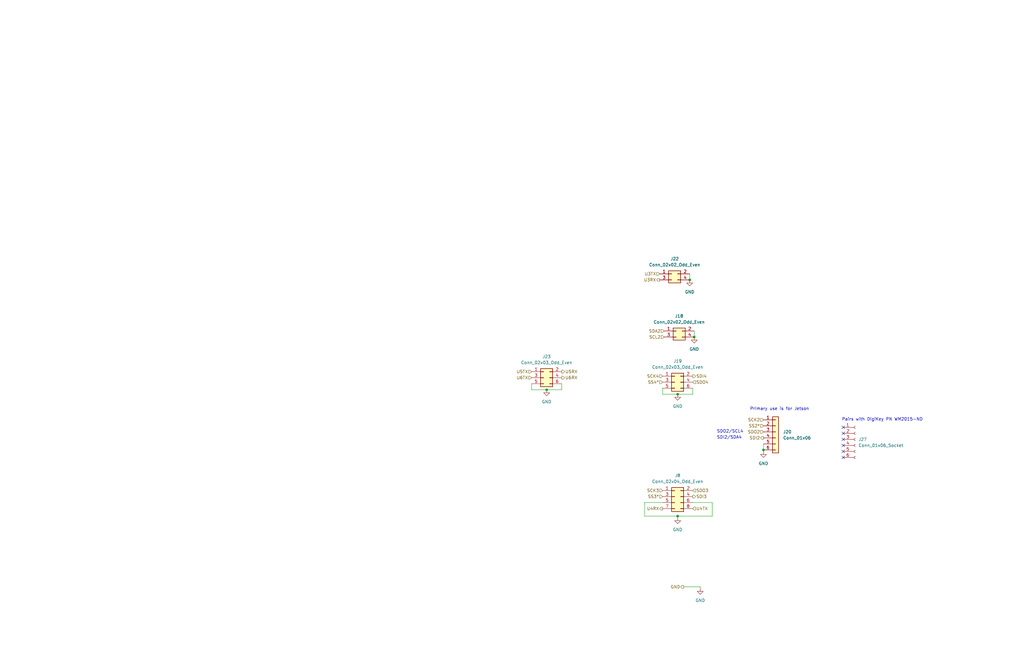
<source format=kicad_sch>
(kicad_sch (version 20230121) (generator eeschema)
  (paper "B")
  (title_block (title "MCU Controller") (rev "0.2") (company "satomm@stanford.edu") (comment 1 "Department of Civil and Environmental Engineering") (comment 2 "Engineering Informatics Group") (comment 3 "Stanford University") (comment 4 "Matthew Sato"))
  (lib_symbols
    (symbol "Connector:Conn_01x06_Socket" (pin_names (offset 1.016) hide)
      (property "Reference" "J" (at 0 7.62 0))
      (property "Value" "Conn_01x06_Socket" (at 0 -10.16 0))
      (symbol "Conn_01x06_Socket_1_1"
        (arc (start 0 -7.112) (mid -0.5058 -7.62) (end 0 -8.128) (stroke (width 0.1524)))
        (arc (start 0 -4.572) (mid -0.5058 -5.08) (end 0 -5.588) (stroke (width 0.1524)))
        (arc (start 0 -2.032) (mid -0.5058 -2.54) (end 0 -3.048) (stroke (width 0.1524)))
        (polyline (pts (xy -1.27 -7.62) (xy -0.508 -7.62)) (stroke (width 0.1524)))
        (polyline (pts (xy -1.27 -5.08) (xy -0.508 -5.08)) (stroke (width 0.1524)))
        (polyline (pts (xy -1.27 -2.54) (xy -0.508 -2.54)) (stroke (width 0.1524)))
        (polyline (pts (xy -1.27 0) (xy -0.508 0)) (stroke (width 0.1524)))
        (polyline (pts (xy -1.27 2.54) (xy -0.508 2.54)) (stroke (width 0.1524)))
        (polyline (pts (xy -1.27 5.08) (xy -0.508 5.08)) (stroke (width 0.1524)))
        (arc (start 0 0.508) (mid -0.5058 0) (end 0 -0.508) (stroke (width 0.1524)))
        (arc (start 0 3.048) (mid -0.5058 2.54) (end 0 2.032) (stroke (width 0.1524)))
        (arc (start 0 5.588) (mid -0.5058 5.08) (end 0 4.572) (stroke (width 0.1524)))
        (pin passive line (at -5.08 5.08 0) (length 3.81) (name "Pin_1") (number "1"))
        (pin passive line (at -5.08 2.54 0) (length 3.81) (name "Pin_2") (number "2"))
        (pin passive line (at -5.08 0 0) (length 3.81) (name "Pin_3") (number "3"))
        (pin passive line (at -5.08 -2.54 0) (length 3.81) (name "Pin_4") (number "4"))
        (pin passive line (at -5.08 -5.08 0) (length 3.81) (name "Pin_5") (number "5"))
        (pin passive line (at -5.08 -7.62 0) (length 3.81) (name "Pin_6") (number "6"))
      )
    )
    (symbol "Connector_Generic:Conn_01x06" (pin_names (offset 1.016) hide)
      (property "Reference" "J" (at 0 7.62 0))
      (property "Value" "Conn_01x06" (at 0 -10.16 0))
      (symbol "Conn_01x06_1_1"
        (rectangle (start -1.27 -7.493) (end 0 -7.747) (stroke (width 0.1524)))
        (rectangle (start -1.27 -4.953) (end 0 -5.207) (stroke (width 0.1524)))
        (rectangle (start -1.27 -2.413) (end 0 -2.667) (stroke (width 0.1524)))
        (rectangle (start -1.27 0.127) (end 0 -0.127) (stroke (width 0.1524)))
        (rectangle (start -1.27 2.667) (end 0 2.413) (stroke (width 0.1524)))
        (rectangle (start -1.27 5.207) (end 0 4.953) (stroke (width 0.1524)))
        (rectangle (start -1.27 6.35) (end 1.27 -8.89) (stroke (width 0.254)) (fill (type background)))
        (pin passive line (at -5.08 5.08 0) (length 3.81) (name "Pin_1") (number "1"))
        (pin passive line (at -5.08 2.54 0) (length 3.81) (name "Pin_2") (number "2"))
        (pin passive line (at -5.08 0 0) (length 3.81) (name "Pin_3") (number "3"))
        (pin passive line (at -5.08 -2.54 0) (length 3.81) (name "Pin_4") (number "4"))
        (pin passive line (at -5.08 -5.08 0) (length 3.81) (name "Pin_5") (number "5"))
        (pin passive line (at -5.08 -7.62 0) (length 3.81) (name "Pin_6") (number "6"))
      )
    )
    (symbol "Connector_Generic:Conn_02x02_Odd_Even" (pin_names (offset 1.016) hide)
      (property "Reference" "J" (at 1.27 2.54 0))
      (property "Value" "Conn_02x02_Odd_Even" (at 1.27 -5.08 0))
      (symbol "Conn_02x02_Odd_Even_1_1"
        (rectangle (start -1.27 -2.413) (end 0 -2.667) (stroke (width 0.1524)))
        (rectangle (start -1.27 0.127) (end 0 -0.127) (stroke (width 0.1524)))
        (rectangle (start -1.27 1.27) (end 3.81 -3.81) (stroke (width 0.254)) (fill (type background)))
        (rectangle (start 3.81 -2.413) (end 2.54 -2.667) (stroke (width 0.1524)))
        (rectangle (start 3.81 0.127) (end 2.54 -0.127) (stroke (width 0.1524)))
        (pin passive line (at -5.08 0 0) (length 3.81) (name "Pin_1") (number "1"))
        (pin passive line (at 7.62 0 180) (length 3.81) (name "Pin_2") (number "2"))
        (pin passive line (at -5.08 -2.54 0) (length 3.81) (name "Pin_3") (number "3"))
        (pin passive line (at 7.62 -2.54 180) (length 3.81) (name "Pin_4") (number "4"))
      )
    )
    (symbol "Connector_Generic:Conn_02x03_Odd_Even" (pin_names (offset 1.016) hide)
      (property "Reference" "J" (at 1.27 5.08 0))
      (property "Value" "Conn_02x03_Odd_Even" (at 1.27 -5.08 0))
      (symbol "Conn_02x03_Odd_Even_1_1"
        (rectangle (start -1.27 -2.413) (end 0 -2.667) (stroke (width 0.1524)))
        (rectangle (start -1.27 0.127) (end 0 -0.127) (stroke (width 0.1524)))
        (rectangle (start -1.27 2.667) (end 0 2.413) (stroke (width 0.1524)))
        (rectangle (start -1.27 3.81) (end 3.81 -3.81) (stroke (width 0.254)) (fill (type background)))
        (rectangle (start 3.81 -2.413) (end 2.54 -2.667) (stroke (width 0.1524)))
        (rectangle (start 3.81 0.127) (end 2.54 -0.127) (stroke (width 0.1524)))
        (rectangle (start 3.81 2.667) (end 2.54 2.413) (stroke (width 0.1524)))
        (pin passive line (at -5.08 2.54 0) (length 3.81) (name "Pin_1") (number "1"))
        (pin passive line (at 7.62 2.54 180) (length 3.81) (name "Pin_2") (number "2"))
        (pin passive line (at -5.08 0 0) (length 3.81) (name "Pin_3") (number "3"))
        (pin passive line (at 7.62 0 180) (length 3.81) (name "Pin_4") (number "4"))
        (pin passive line (at -5.08 -2.54 0) (length 3.81) (name "Pin_5") (number "5"))
        (pin passive line (at 7.62 -2.54 180) (length 3.81) (name "Pin_6") (number "6"))
      )
    )
    (symbol "Connector_Generic:Conn_02x04_Odd_Even" (pin_names (offset 1.016) hide)
      (property "Reference" "J" (at 1.27 5.08 0))
      (property "Value" "Conn_02x04_Odd_Even" (at 1.27 -7.62 0))
      (symbol "Conn_02x04_Odd_Even_1_1"
        (rectangle (start -1.27 -4.953) (end 0 -5.207) (stroke (width 0.1524)))
        (rectangle (start -1.27 -2.413) (end 0 -2.667) (stroke (width 0.1524)))
        (rectangle (start -1.27 0.127) (end 0 -0.127) (stroke (width 0.1524)))
        (rectangle (start -1.27 2.667) (end 0 2.413) (stroke (width 0.1524)))
        (rectangle (start -1.27 3.81) (end 3.81 -6.35) (stroke (width 0.254)) (fill (type background)))
        (rectangle (start 3.81 -4.953) (end 2.54 -5.207) (stroke (width 0.1524)))
        (rectangle (start 3.81 -2.413) (end 2.54 -2.667) (stroke (width 0.1524)))
        (rectangle (start 3.81 0.127) (end 2.54 -0.127) (stroke (width 0.1524)))
        (rectangle (start 3.81 2.667) (end 2.54 2.413) (stroke (width 0.1524)))
        (pin passive line (at -5.08 2.54 0) (length 3.81) (name "Pin_1") (number "1"))
        (pin passive line (at 7.62 2.54 180) (length 3.81) (name "Pin_2") (number "2"))
        (pin passive line (at -5.08 0 0) (length 3.81) (name "Pin_3") (number "3"))
        (pin passive line (at 7.62 0 180) (length 3.81) (name "Pin_4") (number "4"))
        (pin passive line (at -5.08 -2.54 0) (length 3.81) (name "Pin_5") (number "5"))
        (pin passive line (at 7.62 -2.54 180) (length 3.81) (name "Pin_6") (number "6"))
        (pin passive line (at -5.08 -5.08 0) (length 3.81) (name "Pin_7") (number "7"))
        (pin passive line (at 7.62 -5.08 180) (length 3.81) (name "Pin_8") (number "8"))
      )
    )
    (symbol "power:GND" (power) (pin_names (offset 0))
      (property "Value" "GND" (at 0 -3.81 0))
      (symbol "GND_0_1"
        (polyline (pts (xy 0 0) (xy 0 -1.27) (xy 1.27 -1.27) (xy 0 -2.54) (xy -1.27 -1.27) (xy 0 -1.27)))
      )
      (symbol "GND_1_1"
        (pin power_in line (at 0 0 270) (length 0) hide (name "GND") (number "1"))
      )
    )
  )
  (junction (at 292.735 142.24))
  (junction (at 321.945 189.865))
  (junction (at 285.75 166.37))
  (junction (at 230.505 164.465))
  (junction (at 285.75 217.805))
  (junction (at 290.83 118.11))
  (no_connect (at 355.6 180.34))
  (no_connect (at 355.6 187.96))
  (no_connect (at 355.6 185.42))
  (no_connect (at 355.6 190.5))
  (no_connect (at 355.6 193.04))
  (no_connect (at 355.6 182.88))
  (wire (pts (xy 236.855 164.465) (xy 236.855 161.925)))
  (wire (pts (xy 285.75 166.37) (xy 292.1 166.37)))
  (wire (pts (xy 292.735 139.7) (xy 292.735 142.24)))
  (wire (pts (xy 292.1 166.37) (xy 292.1 163.83)))
  (wire (pts (xy 279.4 163.83) (xy 279.4 166.37)))
  (wire (pts (xy 279.4 212.09) (xy 271.78 212.09)))
  (wire (pts (xy 290.83 115.57) (xy 290.83 118.11)))
  (wire (pts (xy 230.505 164.465) (xy 236.855 164.465)))
  (wire (pts (xy 300.355 212.09) (xy 300.355 217.805)))
  (wire (pts (xy 292.1 212.09) (xy 300.355 212.09)))
  (wire (pts (xy 285.75 218.44) (xy 285.75 217.805)))
  (wire (pts (xy 224.155 164.465) (xy 230.505 164.465)))
  (wire (pts (xy 271.78 212.09) (xy 271.78 217.805)))
  (wire (pts (xy 295.275 248.285) (xy 295.275 247.65)))
  (wire (pts (xy 271.78 217.805) (xy 285.75 217.805)))
  (wire (pts (xy 224.155 161.925) (xy 224.155 164.465)))
  (wire (pts (xy 321.945 187.325) (xy 321.945 189.865)))
  (wire (pts (xy 321.945 189.865) (xy 321.945 190.5)))
  (wire (pts (xy 285.75 217.805) (xy 300.355 217.805)))
  (wire (pts (xy 295.275 247.65) (xy 288.29 247.65)))
  (wire (pts (xy 279.4 166.37) (xy 285.75 166.37)))
  (text "Pairs with DigiKey PN WM2015-ND\n" (at 354.965 177.8 0) (effects (font (size 1.27 1.27)) (justify left bottom)))
  (text "SDI2/SDA4" (at 302.26 185.42 0) (effects (font (size 1.27 1.27)) (justify left bottom)))
  (text "SDO2/SCL4" (at 302.26 182.88 0) (effects (font (size 1.27 1.27)) (justify left bottom)))
  (text "Primary use is for Jetson" (at 316.23 173.355 0) (effects (font (size 1.27 1.27)) (justify left bottom)))
  (hierarchical_label "U5TX" (shape input) (at 224.155 156.845 180))
  (hierarchical_label "SDI3" (shape output) (at 292.1 209.55 0))
  (hierarchical_label "SDI2" (shape output) (at 321.945 184.785 180))
  (hierarchical_label "SCK2" (shape input) (at 321.945 177.165 180))
  (hierarchical_label "U6TX" (shape input) (at 224.155 159.385 180))
  (hierarchical_label "U4TX" (shape input) (at 292.1 214.63 0))
  (hierarchical_label "SDA2" (shape input) (at 280.035 139.7 180))
  (hierarchical_label "SDO4" (shape input) (at 292.1 161.29 0))
  (hierarchical_label "GND" (shape output) (at 288.29 247.65 180))
  (hierarchical_label "SCL2" (shape input) (at 280.035 142.24 180))
  (hierarchical_label "U3RX" (shape output) (at 278.13 118.11 180))
  (hierarchical_label "SCK4" (shape input) (at 279.4 158.75 180))
  (hierarchical_label "SDI4" (shape output) (at 292.1 158.75 0))
  (hierarchical_label "U5RX" (shape output) (at 236.855 156.845 0))
  (hierarchical_label "U3TX" (shape input) (at 278.13 115.57 180))
  (hierarchical_label "U4RX" (shape output) (at 279.4 214.63 180))
  (hierarchical_label "SDO3" (shape input) (at 292.1 207.01 0))
  (hierarchical_label "U6RX" (shape output) (at 236.855 159.385 0))
  (hierarchical_label "SS3*" (shape input) (at 279.4 209.55 180))
  (hierarchical_label "SDO2" (shape input) (at 321.945 182.245 180))
  (hierarchical_label "SS2*" (shape input) (at 321.945 179.705 180))
  (hierarchical_label "SS4*" (shape input) (at 279.4 161.29 180))
  (hierarchical_label "SCK3" (shape input) (at 279.4 207.01 180))
  (symbol (lib_id "Connector_Generic:Conn_02x03_Odd_Even") (at 229.235 159.385 0) (unit 1)
    (property "Reference" "J23" (at 230.505 150.495 0))
    (property "Value" "Conn_02x03_Odd_Even" (at 230.505 153.035 0))
    (property "Footprint" "Connector_PinHeader_2.54mm:PinHeader_2x03_P2.54mm_Vertical" (effects hide))
    (property "Datasheet" "https://cdn.amphenol-cs.com/media/wysiwyg/files/drawing/10129381.pdf" (effects hide))
    (property "Description" "CONN HEADER VERT 6POS 2.54MM" (effects hide))
    (property "Mfr" "Amphenol ICC (FCI)" (effects hide))
    (property "Mfr P/N" "10129381-906002BLF" (effects hide))
    (property "Supplier 1" "DigiKey" (effects hide))
    (property "Supplier 1 P/N" "10129381-906002BLF-ND" (effects hide))
  )
  (symbol (lib_id "Connector_Generic:Conn_02x03_Odd_Even") (at 284.48 161.29 0) (unit 1)
    (property "Reference" "J19" (at 285.75 152.4 0))
    (property "Value" "Conn_02x03_Odd_Even" (at 285.75 154.94 0))
    (property "Footprint" "Connector_PinHeader_2.54mm:PinHeader_2x03_P2.54mm_Vertical" (effects hide))
    (property "Datasheet" "https://cdn.amphenol-cs.com/media/wysiwyg/files/drawing/10129381.pdf" (effects hide))
    (property "Description" "CONN HEADER VERT 6POS 2.54MM" (effects hide))
    (property "Mfr" "Amphenol ICC (FCI)" (effects hide))
    (property "Mfr P/N" "10129381-906002BLF" (effects hide))
    (property "Supplier 1" "DigiKey" (effects hide))
    (property "Supplier 1 P/N" "10129381-906002BLF-ND" (effects hide))
  )
  (symbol (lib_id "power:GND") (at 295.275 248.285 0) (unit 1)
    (property "Reference" "#PWR032" (effects hide))
    (property "Value" "GND" (at 295.275 253.365 0))
    (instances (project "MainBoard" (path "" (reference "#PWR032") (unit 1)) (path "" (reference "#PWR082") (unit 1))))
  )
  (symbol (lib_id "power:GND") (at 230.505 164.465 0) (unit 1)
    (property "Reference" "#PWR032" (effects hide))
    (property "Value" "GND" (at 230.505 169.545 0))
    (instances (project "MainBoard" (path "" (reference "#PWR032") (unit 1)) (path "" (reference "#PWR0164") (unit 1))))
  )
  (symbol (lib_id "power:GND") (at 321.945 190.5 0) (unit 1)
    (property "Reference" "#PWR032" (effects hide))
    (property "Value" "GND" (at 321.945 195.58 0))
    (instances (project "MainBoard" (path "" (reference "#PWR032") (unit 1)) (path "" (reference "#PWR0166") (unit 1))))
  )
  (symbol (lib_id "Connector_Generic:Conn_01x06") (at 327.025 182.245 0) (unit 1)
    (property "Reference" "J20" (at 330.2 182.245 0) (effects (justify left)))
    (property "Value" "Conn_01x06" (at 330.2 184.785 0) (effects (justify left)))
    (property "Footprint" "Connector_Molex:Molex_KK-254_AE-6410-06A_1x06_P2.54mm_Vertical" (effects hide))
    (property "Description" "CONN HEADER VERT 6POS 2.54MM" (effects hide))
    (property "Mfr" "Molex" (effects hide))
    (property "Mfr P/N" "0022272061" (effects hide))
    (property "Supplier 1" "DigiKey" (effects hide))
    (property "Supplier 1 P/N" "WM4115-ND" (effects hide))
  )
  (symbol (lib_id "Connector_Generic:Conn_02x02_Odd_Even") (at 283.21 115.57 0) (unit 1)
    (property "Reference" "J22" (at 284.48 109.22 0))
    (property "Value" "Conn_02x02_Odd_Even" (at 284.48 111.76 0))
    (property "Footprint" "Connector_PinHeader_2.54mm:PinHeader_2x02_P2.54mm_Vertical" (effects hide))
    (property "Datasheet" "https://cdn.amphenol-cs.com/media/wysiwyg/files/drawing/10129381.pdf" (effects hide))
    (property "Description" "CONN HEADER VERT 4POS 2.54MM" (effects hide))
    (property "Mfr" "Amphenol ICC (FCI)" (effects hide))
    (property "Mfr P/N" "10129381-904003BLF" (effects hide))
    (property "Supplier 1" "DigiKey" (effects hide))
    (property "Supplier 1 P/N" "10129381-904003BLF-ND" (effects hide))
  )
  (symbol (lib_id "power:GND") (at 285.75 218.44 0) (unit 1)
    (property "Reference" "#PWR032" (effects hide))
    (property "Value" "GND" (at 285.75 223.52 0))
    (instances (project "MainBoard" (path "" (reference "#PWR032") (unit 1)) (path "" (reference "#PWR080") (unit 1))))
  )
  (symbol (lib_id "power:GND") (at 292.735 142.24 0) (unit 1)
    (property "Reference" "#PWR032" (effects hide))
    (property "Value" "GND" (at 292.735 147.32 0))
    (instances (project "MainBoard" (path "" (reference "#PWR032") (unit 1)) (path "" (reference "#PWR0160") (unit 1))))
  )
  (symbol (lib_id "Connector:Conn_01x06_Socket") (at 360.68 185.42 0) (unit 1) (on_board no)
    (property "Reference" "J27" (at 361.95 185.42 0) (effects (justify left)))
    (property "Value" "Conn_01x06_Socket" (at 361.95 187.96 0) (effects (justify left)))
    (property "Description" "CONN RCPT HSG 6POS 2.54MM" (effects hide))
    (property "Mfr" "Molex" (effects hide))
    (property "Mfr P/N" "0022012067" (effects hide))
    (property "Supplier 1" "DigiKey" (effects hide))
    (property "Supplier 1 P/N" "WM2015-ND" (effects hide))
  )
  (symbol (lib_id "Connector_Generic:Conn_02x02_Odd_Even") (at 285.115 139.7 0) (unit 1)
    (property "Reference" "J18" (at 286.385 133.35 0))
    (property "Value" "Conn_02x02_Odd_Even" (at 286.385 135.89 0))
    (property "Footprint" "Connector_PinHeader_2.54mm:PinHeader_2x02_P2.54mm_Vertical" (effects hide))
    (property "Datasheet" "https://cdn.amphenol-cs.com/media/wysiwyg/files/drawing/10129381.pdf" (effects hide))
    (property "Description" "CONN HEADER VERT 4POS 2.54MM" (effects hide))
    (property "Mfr" "Amphenol ICC (FCI)" (effects hide))
    (property "Mfr P/N" "10129381-904003BLF" (effects hide))
    (property "Supplier 1" "DigiKey" (effects hide))
    (property "Supplier 1 P/N" "10129381-904003BLF-ND" (effects hide))
  )
  (symbol (lib_id "power:GND") (at 285.75 166.37 0) (unit 1)
    (property "Reference" "#PWR032" (effects hide))
    (property "Value" "GND" (at 285.75 171.45 0))
    (instances (project "MainBoard" (path "" (reference "#PWR032") (unit 1)) (path "" (reference "#PWR0161") (unit 1))))
  )
  (symbol (lib_id "Connector_Generic:Conn_02x04_Odd_Even") (at 284.48 209.55 0) (unit 1)
    (property "Reference" "J8" (at 285.75 200.66 0))
    (property "Value" "Conn_02x04_Odd_Even" (at 285.75 203.2 0))
    (property "Footprint" "Connector_PinHeader_2.54mm:PinHeader_2x04_P2.54mm_Vertical" (effects hide))
    (property "Datasheet" "https://cdn.amphenol-cs.com/media/wysiwyg/files/drawing/10129381.pdf" (effects hide))
    (property "Description" "CONN HEADER VERT 8POS 2.54MM" (effects hide))
    (property "Mfr" "Amphenol ICC (FCI)" (effects hide))
    (property "Mfr P/N" "10129381-908001BLF" (effects hide))
    (property "Supplier 1" "DigiKey" (effects hide))
    (property "Supplier 1 P/N" "10129381-908001BLF-ND" (effects hide))
  )
  (symbol (lib_id "power:GND") (at 290.83 118.11 0) (unit 1)
    (property "Reference" "#PWR032" (effects hide))
    (property "Value" "GND" (at 290.83 123.19 0))
    (instances (project "MainBoard" (path "" (reference "#PWR032") (unit 1)) (path "" (reference "#PWR0163") (unit 1))))
  )
)
</source>
